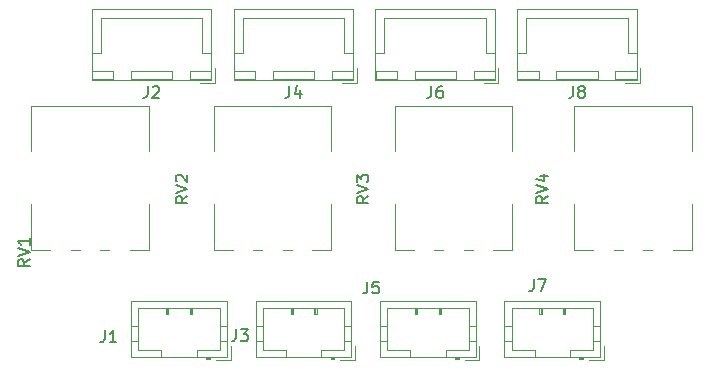
<source format=gbr>
G04 #@! TF.GenerationSoftware,KiCad,Pcbnew,(5.0.1)-rc2*
G04 #@! TF.CreationDate,2019-01-13T21:26:45-05:00*
G04 #@! TF.ProjectId,pot_board,706F745F626F6172642E6B696361645F,rev?*
G04 #@! TF.SameCoordinates,Original*
G04 #@! TF.FileFunction,Legend,Top*
G04 #@! TF.FilePolarity,Positive*
%FSLAX46Y46*%
G04 Gerber Fmt 4.6, Leading zero omitted, Abs format (unit mm)*
G04 Created by KiCad (PCBNEW (5.0.1)-rc2) date 1/13/2019 9:26:45 PM*
%MOMM*%
%LPD*%
G01*
G04 APERTURE LIST*
%ADD10C,0.120000*%
%ADD11C,0.150000*%
G04 APERTURE END LIST*
D10*
G04 #@! TO.C,J1*
X107724000Y-67342000D02*
X107724000Y-62622000D01*
X107724000Y-62622000D02*
X99604000Y-62622000D01*
X99604000Y-62622000D02*
X99604000Y-67342000D01*
X99604000Y-67342000D02*
X107724000Y-67342000D01*
X105964000Y-67342000D02*
X105964000Y-67542000D01*
X105964000Y-67542000D02*
X106264000Y-67542000D01*
X106264000Y-67542000D02*
X106264000Y-67342000D01*
X105964000Y-67442000D02*
X106264000Y-67442000D01*
X105164000Y-67342000D02*
X105164000Y-66732000D01*
X105164000Y-66732000D02*
X107114000Y-66732000D01*
X107114000Y-66732000D02*
X107114000Y-63232000D01*
X107114000Y-63232000D02*
X100214000Y-63232000D01*
X100214000Y-63232000D02*
X100214000Y-66732000D01*
X100214000Y-66732000D02*
X102164000Y-66732000D01*
X102164000Y-66732000D02*
X102164000Y-67342000D01*
X107724000Y-66032000D02*
X107114000Y-66032000D01*
X107724000Y-64732000D02*
X107114000Y-64732000D01*
X99604000Y-66032000D02*
X100214000Y-66032000D01*
X99604000Y-64732000D02*
X100214000Y-64732000D01*
X104764000Y-63232000D02*
X104764000Y-63732000D01*
X104764000Y-63732000D02*
X104564000Y-63732000D01*
X104564000Y-63732000D02*
X104564000Y-63232000D01*
X104664000Y-63232000D02*
X104664000Y-63732000D01*
X102764000Y-63232000D02*
X102764000Y-63732000D01*
X102764000Y-63732000D02*
X102564000Y-63732000D01*
X102564000Y-63732000D02*
X102564000Y-63232000D01*
X102664000Y-63232000D02*
X102664000Y-63732000D01*
X106774000Y-67642000D02*
X108024000Y-67642000D01*
X108024000Y-67642000D02*
X108024000Y-66392000D01*
G04 #@! TO.C,J2*
X106395200Y-43862000D02*
X106395200Y-37892000D01*
X106395200Y-37892000D02*
X96275200Y-37892000D01*
X96275200Y-37892000D02*
X96275200Y-43862000D01*
X96275200Y-43862000D02*
X106395200Y-43862000D01*
X103085200Y-43852000D02*
X103085200Y-43102000D01*
X103085200Y-43102000D02*
X99585200Y-43102000D01*
X99585200Y-43102000D02*
X99585200Y-43852000D01*
X99585200Y-43852000D02*
X103085200Y-43852000D01*
X106385200Y-43852000D02*
X106385200Y-43102000D01*
X106385200Y-43102000D02*
X104585200Y-43102000D01*
X104585200Y-43102000D02*
X104585200Y-43852000D01*
X104585200Y-43852000D02*
X106385200Y-43852000D01*
X98085200Y-43852000D02*
X98085200Y-43102000D01*
X98085200Y-43102000D02*
X96285200Y-43102000D01*
X96285200Y-43102000D02*
X96285200Y-43852000D01*
X96285200Y-43852000D02*
X98085200Y-43852000D01*
X106385200Y-41602000D02*
X105635200Y-41602000D01*
X105635200Y-41602000D02*
X105635200Y-38652000D01*
X105635200Y-38652000D02*
X101335200Y-38652000D01*
X96285200Y-41602000D02*
X97035200Y-41602000D01*
X97035200Y-41602000D02*
X97035200Y-38652000D01*
X97035200Y-38652000D02*
X101335200Y-38652000D01*
X105435200Y-44152000D02*
X106685200Y-44152000D01*
X106685200Y-44152000D02*
X106685200Y-42902000D01*
G04 #@! TO.C,J3*
X118256533Y-67342000D02*
X118256533Y-62622000D01*
X118256533Y-62622000D02*
X110136533Y-62622000D01*
X110136533Y-62622000D02*
X110136533Y-67342000D01*
X110136533Y-67342000D02*
X118256533Y-67342000D01*
X116496533Y-67342000D02*
X116496533Y-67542000D01*
X116496533Y-67542000D02*
X116796533Y-67542000D01*
X116796533Y-67542000D02*
X116796533Y-67342000D01*
X116496533Y-67442000D02*
X116796533Y-67442000D01*
X115696533Y-67342000D02*
X115696533Y-66732000D01*
X115696533Y-66732000D02*
X117646533Y-66732000D01*
X117646533Y-66732000D02*
X117646533Y-63232000D01*
X117646533Y-63232000D02*
X110746533Y-63232000D01*
X110746533Y-63232000D02*
X110746533Y-66732000D01*
X110746533Y-66732000D02*
X112696533Y-66732000D01*
X112696533Y-66732000D02*
X112696533Y-67342000D01*
X118256533Y-66032000D02*
X117646533Y-66032000D01*
X118256533Y-64732000D02*
X117646533Y-64732000D01*
X110136533Y-66032000D02*
X110746533Y-66032000D01*
X110136533Y-64732000D02*
X110746533Y-64732000D01*
X115296533Y-63232000D02*
X115296533Y-63732000D01*
X115296533Y-63732000D02*
X115096533Y-63732000D01*
X115096533Y-63732000D02*
X115096533Y-63232000D01*
X115196533Y-63232000D02*
X115196533Y-63732000D01*
X113296533Y-63232000D02*
X113296533Y-63732000D01*
X113296533Y-63732000D02*
X113096533Y-63732000D01*
X113096533Y-63732000D02*
X113096533Y-63232000D01*
X113196533Y-63232000D02*
X113196533Y-63732000D01*
X117306533Y-67642000D02*
X118556533Y-67642000D01*
X118556533Y-67642000D02*
X118556533Y-66392000D01*
G04 #@! TO.C,J4*
X118400933Y-43862000D02*
X118400933Y-37892000D01*
X118400933Y-37892000D02*
X108280933Y-37892000D01*
X108280933Y-37892000D02*
X108280933Y-43862000D01*
X108280933Y-43862000D02*
X118400933Y-43862000D01*
X115090933Y-43852000D02*
X115090933Y-43102000D01*
X115090933Y-43102000D02*
X111590933Y-43102000D01*
X111590933Y-43102000D02*
X111590933Y-43852000D01*
X111590933Y-43852000D02*
X115090933Y-43852000D01*
X118390933Y-43852000D02*
X118390933Y-43102000D01*
X118390933Y-43102000D02*
X116590933Y-43102000D01*
X116590933Y-43102000D02*
X116590933Y-43852000D01*
X116590933Y-43852000D02*
X118390933Y-43852000D01*
X110090933Y-43852000D02*
X110090933Y-43102000D01*
X110090933Y-43102000D02*
X108290933Y-43102000D01*
X108290933Y-43102000D02*
X108290933Y-43852000D01*
X108290933Y-43852000D02*
X110090933Y-43852000D01*
X118390933Y-41602000D02*
X117640933Y-41602000D01*
X117640933Y-41602000D02*
X117640933Y-38652000D01*
X117640933Y-38652000D02*
X113340933Y-38652000D01*
X108290933Y-41602000D02*
X109040933Y-41602000D01*
X109040933Y-41602000D02*
X109040933Y-38652000D01*
X109040933Y-38652000D02*
X113340933Y-38652000D01*
X117440933Y-44152000D02*
X118690933Y-44152000D01*
X118690933Y-44152000D02*
X118690933Y-42902000D01*
G04 #@! TO.C,J5*
X129089066Y-67642000D02*
X129089066Y-66392000D01*
X127839066Y-67642000D02*
X129089066Y-67642000D01*
X123729066Y-63232000D02*
X123729066Y-63732000D01*
X123629066Y-63732000D02*
X123629066Y-63232000D01*
X123829066Y-63732000D02*
X123629066Y-63732000D01*
X123829066Y-63232000D02*
X123829066Y-63732000D01*
X125729066Y-63232000D02*
X125729066Y-63732000D01*
X125629066Y-63732000D02*
X125629066Y-63232000D01*
X125829066Y-63732000D02*
X125629066Y-63732000D01*
X125829066Y-63232000D02*
X125829066Y-63732000D01*
X120669066Y-64732000D02*
X121279066Y-64732000D01*
X120669066Y-66032000D02*
X121279066Y-66032000D01*
X128789066Y-64732000D02*
X128179066Y-64732000D01*
X128789066Y-66032000D02*
X128179066Y-66032000D01*
X123229066Y-66732000D02*
X123229066Y-67342000D01*
X121279066Y-66732000D02*
X123229066Y-66732000D01*
X121279066Y-63232000D02*
X121279066Y-66732000D01*
X128179066Y-63232000D02*
X121279066Y-63232000D01*
X128179066Y-66732000D02*
X128179066Y-63232000D01*
X126229066Y-66732000D02*
X128179066Y-66732000D01*
X126229066Y-67342000D02*
X126229066Y-66732000D01*
X127029066Y-67442000D02*
X127329066Y-67442000D01*
X127329066Y-67542000D02*
X127329066Y-67342000D01*
X127029066Y-67542000D02*
X127329066Y-67542000D01*
X127029066Y-67342000D02*
X127029066Y-67542000D01*
X120669066Y-67342000D02*
X128789066Y-67342000D01*
X120669066Y-62622000D02*
X120669066Y-67342000D01*
X128789066Y-62622000D02*
X120669066Y-62622000D01*
X128789066Y-67342000D02*
X128789066Y-62622000D01*
G04 #@! TO.C,J6*
X130696666Y-44152000D02*
X130696666Y-42902000D01*
X129446666Y-44152000D02*
X130696666Y-44152000D01*
X121046666Y-38652000D02*
X125346666Y-38652000D01*
X121046666Y-41602000D02*
X121046666Y-38652000D01*
X120296666Y-41602000D02*
X121046666Y-41602000D01*
X129646666Y-38652000D02*
X125346666Y-38652000D01*
X129646666Y-41602000D02*
X129646666Y-38652000D01*
X130396666Y-41602000D02*
X129646666Y-41602000D01*
X120296666Y-43852000D02*
X122096666Y-43852000D01*
X120296666Y-43102000D02*
X120296666Y-43852000D01*
X122096666Y-43102000D02*
X120296666Y-43102000D01*
X122096666Y-43852000D02*
X122096666Y-43102000D01*
X128596666Y-43852000D02*
X130396666Y-43852000D01*
X128596666Y-43102000D02*
X128596666Y-43852000D01*
X130396666Y-43102000D02*
X128596666Y-43102000D01*
X130396666Y-43852000D02*
X130396666Y-43102000D01*
X123596666Y-43852000D02*
X127096666Y-43852000D01*
X123596666Y-43102000D02*
X123596666Y-43852000D01*
X127096666Y-43102000D02*
X123596666Y-43102000D01*
X127096666Y-43852000D02*
X127096666Y-43102000D01*
X120286666Y-43862000D02*
X130406666Y-43862000D01*
X120286666Y-37892000D02*
X120286666Y-43862000D01*
X130406666Y-37892000D02*
X120286666Y-37892000D01*
X130406666Y-43862000D02*
X130406666Y-37892000D01*
G04 #@! TO.C,J7*
X139621600Y-67642000D02*
X139621600Y-66392000D01*
X138371600Y-67642000D02*
X139621600Y-67642000D01*
X134261600Y-63232000D02*
X134261600Y-63732000D01*
X134161600Y-63732000D02*
X134161600Y-63232000D01*
X134361600Y-63732000D02*
X134161600Y-63732000D01*
X134361600Y-63232000D02*
X134361600Y-63732000D01*
X136261600Y-63232000D02*
X136261600Y-63732000D01*
X136161600Y-63732000D02*
X136161600Y-63232000D01*
X136361600Y-63732000D02*
X136161600Y-63732000D01*
X136361600Y-63232000D02*
X136361600Y-63732000D01*
X131201600Y-64732000D02*
X131811600Y-64732000D01*
X131201600Y-66032000D02*
X131811600Y-66032000D01*
X139321600Y-64732000D02*
X138711600Y-64732000D01*
X139321600Y-66032000D02*
X138711600Y-66032000D01*
X133761600Y-66732000D02*
X133761600Y-67342000D01*
X131811600Y-66732000D02*
X133761600Y-66732000D01*
X131811600Y-63232000D02*
X131811600Y-66732000D01*
X138711600Y-63232000D02*
X131811600Y-63232000D01*
X138711600Y-66732000D02*
X138711600Y-63232000D01*
X136761600Y-66732000D02*
X138711600Y-66732000D01*
X136761600Y-67342000D02*
X136761600Y-66732000D01*
X137561600Y-67442000D02*
X137861600Y-67442000D01*
X137861600Y-67542000D02*
X137861600Y-67342000D01*
X137561600Y-67542000D02*
X137861600Y-67542000D01*
X137561600Y-67342000D02*
X137561600Y-67542000D01*
X131201600Y-67342000D02*
X139321600Y-67342000D01*
X131201600Y-62622000D02*
X131201600Y-67342000D01*
X139321600Y-62622000D02*
X131201600Y-62622000D01*
X139321600Y-67342000D02*
X139321600Y-62622000D01*
G04 #@! TO.C,J8*
X142702400Y-44152000D02*
X142702400Y-42902000D01*
X141452400Y-44152000D02*
X142702400Y-44152000D01*
X133052400Y-38652000D02*
X137352400Y-38652000D01*
X133052400Y-41602000D02*
X133052400Y-38652000D01*
X132302400Y-41602000D02*
X133052400Y-41602000D01*
X141652400Y-38652000D02*
X137352400Y-38652000D01*
X141652400Y-41602000D02*
X141652400Y-38652000D01*
X142402400Y-41602000D02*
X141652400Y-41602000D01*
X132302400Y-43852000D02*
X134102400Y-43852000D01*
X132302400Y-43102000D02*
X132302400Y-43852000D01*
X134102400Y-43102000D02*
X132302400Y-43102000D01*
X134102400Y-43852000D02*
X134102400Y-43102000D01*
X140602400Y-43852000D02*
X142402400Y-43852000D01*
X140602400Y-43102000D02*
X140602400Y-43852000D01*
X142402400Y-43102000D02*
X140602400Y-43102000D01*
X142402400Y-43852000D02*
X142402400Y-43102000D01*
X135602400Y-43852000D02*
X139102400Y-43852000D01*
X135602400Y-43102000D02*
X135602400Y-43852000D01*
X139102400Y-43102000D02*
X135602400Y-43102000D01*
X139102400Y-43852000D02*
X139102400Y-43102000D01*
X132292400Y-43862000D02*
X142412400Y-43862000D01*
X132292400Y-37892000D02*
X132292400Y-43862000D01*
X142412400Y-37892000D02*
X132292400Y-37892000D01*
X142412400Y-43862000D02*
X142412400Y-37892000D01*
G04 #@! TO.C,RV1*
X91145500Y-58302000D02*
X91145500Y-54437000D01*
X91145500Y-49927000D02*
X91145500Y-46062000D01*
X101085500Y-58302000D02*
X101085500Y-54437000D01*
X101085500Y-49927000D02*
X101085500Y-46062000D01*
X91145500Y-58302000D02*
X92744500Y-58302000D01*
X94486500Y-58302000D02*
X95245500Y-58302000D01*
X96986500Y-58302000D02*
X97745500Y-58302000D01*
X99485500Y-58302000D02*
X101085500Y-58302000D01*
X91145500Y-46062000D02*
X101085500Y-46062000D01*
G04 #@! TO.C,RV2*
X106597166Y-58302000D02*
X106597166Y-54437000D01*
X106597166Y-49927000D02*
X106597166Y-46062000D01*
X116537166Y-58302000D02*
X116537166Y-54437000D01*
X116537166Y-49927000D02*
X116537166Y-46062000D01*
X106597166Y-58302000D02*
X108196166Y-58302000D01*
X109938166Y-58302000D02*
X110697166Y-58302000D01*
X112438166Y-58302000D02*
X113197166Y-58302000D01*
X114937166Y-58302000D02*
X116537166Y-58302000D01*
X106597166Y-46062000D02*
X116537166Y-46062000D01*
G04 #@! TO.C,RV3*
X121921832Y-46062000D02*
X131861832Y-46062000D01*
X130261832Y-58302000D02*
X131861832Y-58302000D01*
X127762832Y-58302000D02*
X128521832Y-58302000D01*
X125262832Y-58302000D02*
X126021832Y-58302000D01*
X121921832Y-58302000D02*
X123520832Y-58302000D01*
X131861832Y-49927000D02*
X131861832Y-46062000D01*
X131861832Y-58302000D02*
X131861832Y-54437000D01*
X121921832Y-49927000D02*
X121921832Y-46062000D01*
X121921832Y-58302000D02*
X121921832Y-54437000D01*
G04 #@! TO.C,RV4*
X137119500Y-46062000D02*
X147059500Y-46062000D01*
X145459500Y-58302000D02*
X147059500Y-58302000D01*
X142960500Y-58302000D02*
X143719500Y-58302000D01*
X140460500Y-58302000D02*
X141219500Y-58302000D01*
X137119500Y-58302000D02*
X138718500Y-58302000D01*
X147059500Y-49927000D02*
X147059500Y-46062000D01*
X147059500Y-58302000D02*
X147059500Y-54437000D01*
X137119500Y-49927000D02*
X137119500Y-46062000D01*
X137119500Y-58302000D02*
X137119500Y-54437000D01*
G04 #@! TO.C,J1*
D11*
X97355066Y-65085980D02*
X97355066Y-65800266D01*
X97307447Y-65943123D01*
X97212209Y-66038361D01*
X97069352Y-66085980D01*
X96974114Y-66085980D01*
X98355066Y-66085980D02*
X97783638Y-66085980D01*
X98069352Y-66085980D02*
X98069352Y-65085980D01*
X97974114Y-65228838D01*
X97878876Y-65324076D01*
X97783638Y-65371695D01*
G04 #@! TO.C,J2*
X101001866Y-44404380D02*
X101001866Y-45118666D01*
X100954247Y-45261523D01*
X100859009Y-45356761D01*
X100716152Y-45404380D01*
X100620914Y-45404380D01*
X101430438Y-44499619D02*
X101478057Y-44452000D01*
X101573295Y-44404380D01*
X101811390Y-44404380D01*
X101906628Y-44452000D01*
X101954247Y-44499619D01*
X102001866Y-44594857D01*
X102001866Y-44690095D01*
X101954247Y-44832952D01*
X101382819Y-45404380D01*
X102001866Y-45404380D01*
G04 #@! TO.C,J3*
X108480266Y-65009780D02*
X108480266Y-65724066D01*
X108432647Y-65866923D01*
X108337409Y-65962161D01*
X108194552Y-66009780D01*
X108099314Y-66009780D01*
X108861219Y-65009780D02*
X109480266Y-65009780D01*
X109146933Y-65390733D01*
X109289790Y-65390733D01*
X109385028Y-65438352D01*
X109432647Y-65485971D01*
X109480266Y-65581209D01*
X109480266Y-65819304D01*
X109432647Y-65914542D01*
X109385028Y-65962161D01*
X109289790Y-66009780D01*
X109004076Y-66009780D01*
X108908838Y-65962161D01*
X108861219Y-65914542D01*
G04 #@! TO.C,J4*
X113007599Y-44404380D02*
X113007599Y-45118666D01*
X112959980Y-45261523D01*
X112864742Y-45356761D01*
X112721885Y-45404380D01*
X112626647Y-45404380D01*
X113912361Y-44737714D02*
X113912361Y-45404380D01*
X113674266Y-44356761D02*
X113436171Y-45071047D01*
X114055218Y-45071047D01*
G04 #@! TO.C,J5*
X119605466Y-60971180D02*
X119605466Y-61685466D01*
X119557847Y-61828323D01*
X119462609Y-61923561D01*
X119319752Y-61971180D01*
X119224514Y-61971180D01*
X120557847Y-60971180D02*
X120081657Y-60971180D01*
X120034038Y-61447371D01*
X120081657Y-61399752D01*
X120176895Y-61352133D01*
X120414990Y-61352133D01*
X120510228Y-61399752D01*
X120557847Y-61447371D01*
X120605466Y-61542609D01*
X120605466Y-61780704D01*
X120557847Y-61875942D01*
X120510228Y-61923561D01*
X120414990Y-61971180D01*
X120176895Y-61971180D01*
X120081657Y-61923561D01*
X120034038Y-61875942D01*
G04 #@! TO.C,J6*
X125013332Y-44404380D02*
X125013332Y-45118666D01*
X124965713Y-45261523D01*
X124870475Y-45356761D01*
X124727618Y-45404380D01*
X124632380Y-45404380D01*
X125918094Y-44404380D02*
X125727618Y-44404380D01*
X125632380Y-44452000D01*
X125584761Y-44499619D01*
X125489523Y-44642476D01*
X125441904Y-44832952D01*
X125441904Y-45213904D01*
X125489523Y-45309142D01*
X125537142Y-45356761D01*
X125632380Y-45404380D01*
X125822856Y-45404380D01*
X125918094Y-45356761D01*
X125965713Y-45309142D01*
X126013332Y-45213904D01*
X126013332Y-44975809D01*
X125965713Y-44880571D01*
X125918094Y-44832952D01*
X125822856Y-44785333D01*
X125632380Y-44785333D01*
X125537142Y-44832952D01*
X125489523Y-44880571D01*
X125441904Y-44975809D01*
G04 #@! TO.C,J7*
X133677066Y-60767980D02*
X133677066Y-61482266D01*
X133629447Y-61625123D01*
X133534209Y-61720361D01*
X133391352Y-61767980D01*
X133296114Y-61767980D01*
X134058019Y-60767980D02*
X134724685Y-60767980D01*
X134296114Y-61767980D01*
G04 #@! TO.C,J8*
X137019066Y-44404380D02*
X137019066Y-45118666D01*
X136971447Y-45261523D01*
X136876209Y-45356761D01*
X136733352Y-45404380D01*
X136638114Y-45404380D01*
X137638114Y-44832952D02*
X137542876Y-44785333D01*
X137495257Y-44737714D01*
X137447638Y-44642476D01*
X137447638Y-44594857D01*
X137495257Y-44499619D01*
X137542876Y-44452000D01*
X137638114Y-44404380D01*
X137828590Y-44404380D01*
X137923828Y-44452000D01*
X137971447Y-44499619D01*
X138019066Y-44594857D01*
X138019066Y-44642476D01*
X137971447Y-44737714D01*
X137923828Y-44785333D01*
X137828590Y-44832952D01*
X137638114Y-44832952D01*
X137542876Y-44880571D01*
X137495257Y-44928190D01*
X137447638Y-45023428D01*
X137447638Y-45213904D01*
X137495257Y-45309142D01*
X137542876Y-45356761D01*
X137638114Y-45404380D01*
X137828590Y-45404380D01*
X137923828Y-45356761D01*
X137971447Y-45309142D01*
X138019066Y-45213904D01*
X138019066Y-45023428D01*
X137971447Y-44928190D01*
X137923828Y-44880571D01*
X137828590Y-44832952D01*
G04 #@! TO.C,RV1*
X91003380Y-59091438D02*
X90527190Y-59424771D01*
X91003380Y-59662866D02*
X90003380Y-59662866D01*
X90003380Y-59281914D01*
X90051000Y-59186676D01*
X90098619Y-59139057D01*
X90193857Y-59091438D01*
X90336714Y-59091438D01*
X90431952Y-59139057D01*
X90479571Y-59186676D01*
X90527190Y-59281914D01*
X90527190Y-59662866D01*
X90003380Y-58805723D02*
X91003380Y-58472390D01*
X90003380Y-58139057D01*
X91003380Y-57281914D02*
X91003380Y-57853342D01*
X91003380Y-57567628D02*
X90003380Y-57567628D01*
X90146238Y-57662866D01*
X90241476Y-57758104D01*
X90289095Y-57853342D01*
G04 #@! TO.C,RV2*
X104369546Y-53727238D02*
X103893356Y-54060571D01*
X104369546Y-54298666D02*
X103369546Y-54298666D01*
X103369546Y-53917714D01*
X103417166Y-53822476D01*
X103464785Y-53774857D01*
X103560023Y-53727238D01*
X103702880Y-53727238D01*
X103798118Y-53774857D01*
X103845737Y-53822476D01*
X103893356Y-53917714D01*
X103893356Y-54298666D01*
X103369546Y-53441523D02*
X104369546Y-53108190D01*
X103369546Y-52774857D01*
X103464785Y-52489142D02*
X103417166Y-52441523D01*
X103369546Y-52346285D01*
X103369546Y-52108190D01*
X103417166Y-52012952D01*
X103464785Y-51965333D01*
X103560023Y-51917714D01*
X103655261Y-51917714D01*
X103798118Y-51965333D01*
X104369546Y-52536761D01*
X104369546Y-51917714D01*
G04 #@! TO.C,RV3*
X119694212Y-53727238D02*
X119218022Y-54060571D01*
X119694212Y-54298666D02*
X118694212Y-54298666D01*
X118694212Y-53917714D01*
X118741832Y-53822476D01*
X118789451Y-53774857D01*
X118884689Y-53727238D01*
X119027546Y-53727238D01*
X119122784Y-53774857D01*
X119170403Y-53822476D01*
X119218022Y-53917714D01*
X119218022Y-54298666D01*
X118694212Y-53441523D02*
X119694212Y-53108190D01*
X118694212Y-52774857D01*
X118694212Y-52536761D02*
X118694212Y-51917714D01*
X119075165Y-52251047D01*
X119075165Y-52108190D01*
X119122784Y-52012952D01*
X119170403Y-51965333D01*
X119265641Y-51917714D01*
X119503736Y-51917714D01*
X119598974Y-51965333D01*
X119646593Y-52012952D01*
X119694212Y-52108190D01*
X119694212Y-52393904D01*
X119646593Y-52489142D01*
X119598974Y-52536761D01*
G04 #@! TO.C,RV4*
X134891880Y-53727238D02*
X134415690Y-54060571D01*
X134891880Y-54298666D02*
X133891880Y-54298666D01*
X133891880Y-53917714D01*
X133939500Y-53822476D01*
X133987119Y-53774857D01*
X134082357Y-53727238D01*
X134225214Y-53727238D01*
X134320452Y-53774857D01*
X134368071Y-53822476D01*
X134415690Y-53917714D01*
X134415690Y-54298666D01*
X133891880Y-53441523D02*
X134891880Y-53108190D01*
X133891880Y-52774857D01*
X134225214Y-52012952D02*
X134891880Y-52012952D01*
X133844261Y-52251047D02*
X134558547Y-52489142D01*
X134558547Y-51870095D01*
G04 #@! TD*
M02*

</source>
